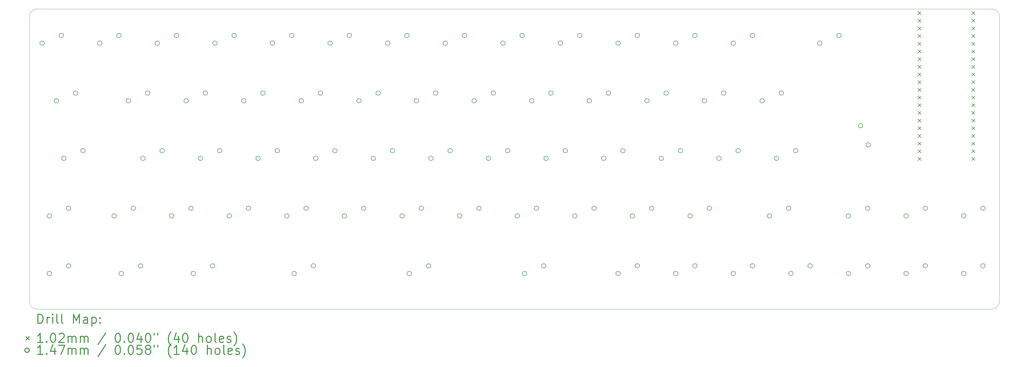
<source format=gbr>
%FSLAX45Y45*%
G04 Gerber Fmt 4.5, Leading zero omitted, Abs format (unit mm)*
G04 Created by KiCad (PCBNEW (5.1.9)-1) date 2021-05-27 03:15:53*
%MOMM*%
%LPD*%
G01*
G04 APERTURE LIST*
%TA.AperFunction,Profile*%
%ADD10C,0.100000*%
%TD*%
%ADD11C,0.200000*%
%ADD12C,0.300000*%
G04 APERTURE END LIST*
D10*
X6700000Y-19695000D02*
X38280000Y-19695000D01*
X38280000Y-9765000D02*
X6700000Y-9765000D01*
X38280000Y-9765000D02*
G75*
G02*
X38530000Y-10015000I0J-250000D01*
G01*
X6450000Y-19445000D02*
X6450000Y-10015000D01*
X6700000Y-19695000D02*
G75*
G02*
X6450000Y-19445000I0J250000D01*
G01*
X38530000Y-19445000D02*
G75*
G02*
X38280000Y-19695000I-250000J0D01*
G01*
X6450000Y-10015000D02*
G75*
G02*
X6700000Y-9765000I250000J0D01*
G01*
X38530000Y-19445000D02*
X38530000Y-10015000D01*
D11*
X35838000Y-9851000D02*
X35940000Y-9953000D01*
X35940000Y-9851000D02*
X35838000Y-9953000D01*
X35838000Y-10105000D02*
X35940000Y-10207000D01*
X35940000Y-10105000D02*
X35838000Y-10207000D01*
X35838000Y-10359000D02*
X35940000Y-10461000D01*
X35940000Y-10359000D02*
X35838000Y-10461000D01*
X35838000Y-10613000D02*
X35940000Y-10715000D01*
X35940000Y-10613000D02*
X35838000Y-10715000D01*
X35838000Y-10867000D02*
X35940000Y-10969000D01*
X35940000Y-10867000D02*
X35838000Y-10969000D01*
X35838000Y-11121000D02*
X35940000Y-11223000D01*
X35940000Y-11121000D02*
X35838000Y-11223000D01*
X35838000Y-11375000D02*
X35940000Y-11477000D01*
X35940000Y-11375000D02*
X35838000Y-11477000D01*
X35838000Y-11629000D02*
X35940000Y-11731000D01*
X35940000Y-11629000D02*
X35838000Y-11731000D01*
X35838000Y-11883000D02*
X35940000Y-11985000D01*
X35940000Y-11883000D02*
X35838000Y-11985000D01*
X35838000Y-12137000D02*
X35940000Y-12239000D01*
X35940000Y-12137000D02*
X35838000Y-12239000D01*
X35838000Y-12391000D02*
X35940000Y-12493000D01*
X35940000Y-12391000D02*
X35838000Y-12493000D01*
X35838000Y-12645000D02*
X35940000Y-12747000D01*
X35940000Y-12645000D02*
X35838000Y-12747000D01*
X35838000Y-12899000D02*
X35940000Y-13001000D01*
X35940000Y-12899000D02*
X35838000Y-13001000D01*
X35838000Y-13153000D02*
X35940000Y-13255000D01*
X35940000Y-13153000D02*
X35838000Y-13255000D01*
X35838000Y-13407000D02*
X35940000Y-13509000D01*
X35940000Y-13407000D02*
X35838000Y-13509000D01*
X35838000Y-13661000D02*
X35940000Y-13763000D01*
X35940000Y-13661000D02*
X35838000Y-13763000D01*
X35838000Y-13915000D02*
X35940000Y-14017000D01*
X35940000Y-13915000D02*
X35838000Y-14017000D01*
X35838000Y-14169000D02*
X35940000Y-14271000D01*
X35940000Y-14169000D02*
X35838000Y-14271000D01*
X35838000Y-14423000D02*
X35940000Y-14525000D01*
X35940000Y-14423000D02*
X35838000Y-14525000D01*
X35838000Y-14677000D02*
X35940000Y-14779000D01*
X35940000Y-14677000D02*
X35838000Y-14779000D01*
X37616000Y-9851000D02*
X37718000Y-9953000D01*
X37718000Y-9851000D02*
X37616000Y-9953000D01*
X37616000Y-10105000D02*
X37718000Y-10207000D01*
X37718000Y-10105000D02*
X37616000Y-10207000D01*
X37616000Y-10359000D02*
X37718000Y-10461000D01*
X37718000Y-10359000D02*
X37616000Y-10461000D01*
X37616000Y-10613000D02*
X37718000Y-10715000D01*
X37718000Y-10613000D02*
X37616000Y-10715000D01*
X37616000Y-10867000D02*
X37718000Y-10969000D01*
X37718000Y-10867000D02*
X37616000Y-10969000D01*
X37616000Y-11121000D02*
X37718000Y-11223000D01*
X37718000Y-11121000D02*
X37616000Y-11223000D01*
X37616000Y-11375000D02*
X37718000Y-11477000D01*
X37718000Y-11375000D02*
X37616000Y-11477000D01*
X37616000Y-11629000D02*
X37718000Y-11731000D01*
X37718000Y-11629000D02*
X37616000Y-11731000D01*
X37616000Y-11883000D02*
X37718000Y-11985000D01*
X37718000Y-11883000D02*
X37616000Y-11985000D01*
X37616000Y-12137000D02*
X37718000Y-12239000D01*
X37718000Y-12137000D02*
X37616000Y-12239000D01*
X37616000Y-12391000D02*
X37718000Y-12493000D01*
X37718000Y-12391000D02*
X37616000Y-12493000D01*
X37616000Y-12645000D02*
X37718000Y-12747000D01*
X37718000Y-12645000D02*
X37616000Y-12747000D01*
X37616000Y-12899000D02*
X37718000Y-13001000D01*
X37718000Y-12899000D02*
X37616000Y-13001000D01*
X37616000Y-13153000D02*
X37718000Y-13255000D01*
X37718000Y-13153000D02*
X37616000Y-13255000D01*
X37616000Y-13407000D02*
X37718000Y-13509000D01*
X37718000Y-13407000D02*
X37616000Y-13509000D01*
X37616000Y-13661000D02*
X37718000Y-13763000D01*
X37718000Y-13661000D02*
X37616000Y-13763000D01*
X37616000Y-13915000D02*
X37718000Y-14017000D01*
X37718000Y-13915000D02*
X37616000Y-14017000D01*
X37616000Y-14169000D02*
X37718000Y-14271000D01*
X37718000Y-14169000D02*
X37616000Y-14271000D01*
X37616000Y-14423000D02*
X37718000Y-14525000D01*
X37718000Y-14423000D02*
X37616000Y-14525000D01*
X37616000Y-14677000D02*
X37718000Y-14779000D01*
X37718000Y-14677000D02*
X37616000Y-14779000D01*
X6943420Y-10896912D02*
G75*
G03*
X6943420Y-10896912I-73500J0D01*
G01*
X7181545Y-16611912D02*
G75*
G03*
X7181545Y-16611912I-73500J0D01*
G01*
X7181545Y-18516912D02*
G75*
G03*
X7181545Y-18516912I-73500J0D01*
G01*
X7419670Y-12801912D02*
G75*
G03*
X7419670Y-12801912I-73500J0D01*
G01*
X7578420Y-10642912D02*
G75*
G03*
X7578420Y-10642912I-73500J0D01*
G01*
X7660920Y-14706912D02*
G75*
G03*
X7660920Y-14706912I-73500J0D01*
G01*
X7816545Y-16357912D02*
G75*
G03*
X7816545Y-16357912I-73500J0D01*
G01*
X7816545Y-18262912D02*
G75*
G03*
X7816545Y-18262912I-73500J0D01*
G01*
X8054670Y-12547912D02*
G75*
G03*
X8054670Y-12547912I-73500J0D01*
G01*
X8295920Y-14452912D02*
G75*
G03*
X8295920Y-14452912I-73500J0D01*
G01*
X8848420Y-10896912D02*
G75*
G03*
X8848420Y-10896912I-73500J0D01*
G01*
X9324670Y-16611912D02*
G75*
G03*
X9324670Y-16611912I-73500J0D01*
G01*
X9483420Y-10642912D02*
G75*
G03*
X9483420Y-10642912I-73500J0D01*
G01*
X9562795Y-18516912D02*
G75*
G03*
X9562795Y-18516912I-73500J0D01*
G01*
X9800920Y-12801912D02*
G75*
G03*
X9800920Y-12801912I-73500J0D01*
G01*
X9959670Y-16357912D02*
G75*
G03*
X9959670Y-16357912I-73500J0D01*
G01*
X10197795Y-18262912D02*
G75*
G03*
X10197795Y-18262912I-73500J0D01*
G01*
X10277170Y-14706912D02*
G75*
G03*
X10277170Y-14706912I-73500J0D01*
G01*
X10435920Y-12547912D02*
G75*
G03*
X10435920Y-12547912I-73500J0D01*
G01*
X10753420Y-10896912D02*
G75*
G03*
X10753420Y-10896912I-73500J0D01*
G01*
X10912170Y-14452912D02*
G75*
G03*
X10912170Y-14452912I-73500J0D01*
G01*
X11229670Y-16611912D02*
G75*
G03*
X11229670Y-16611912I-73500J0D01*
G01*
X11388420Y-10642912D02*
G75*
G03*
X11388420Y-10642912I-73500J0D01*
G01*
X11705920Y-12801912D02*
G75*
G03*
X11705920Y-12801912I-73500J0D01*
G01*
X11864670Y-16357912D02*
G75*
G03*
X11864670Y-16357912I-73500J0D01*
G01*
X11944045Y-18516912D02*
G75*
G03*
X11944045Y-18516912I-73500J0D01*
G01*
X12182170Y-14706912D02*
G75*
G03*
X12182170Y-14706912I-73500J0D01*
G01*
X12340920Y-12547912D02*
G75*
G03*
X12340920Y-12547912I-73500J0D01*
G01*
X12579045Y-18262912D02*
G75*
G03*
X12579045Y-18262912I-73500J0D01*
G01*
X12658420Y-10896912D02*
G75*
G03*
X12658420Y-10896912I-73500J0D01*
G01*
X12817170Y-14452912D02*
G75*
G03*
X12817170Y-14452912I-73500J0D01*
G01*
X13134670Y-16611912D02*
G75*
G03*
X13134670Y-16611912I-73500J0D01*
G01*
X13293420Y-10642912D02*
G75*
G03*
X13293420Y-10642912I-73500J0D01*
G01*
X13610920Y-12801912D02*
G75*
G03*
X13610920Y-12801912I-73500J0D01*
G01*
X13769670Y-16357912D02*
G75*
G03*
X13769670Y-16357912I-73500J0D01*
G01*
X14087170Y-14706912D02*
G75*
G03*
X14087170Y-14706912I-73500J0D01*
G01*
X14245920Y-12547912D02*
G75*
G03*
X14245920Y-12547912I-73500J0D01*
G01*
X14563420Y-10896912D02*
G75*
G03*
X14563420Y-10896912I-73500J0D01*
G01*
X14722170Y-14452912D02*
G75*
G03*
X14722170Y-14452912I-73500J0D01*
G01*
X15039670Y-16611912D02*
G75*
G03*
X15039670Y-16611912I-73500J0D01*
G01*
X15198420Y-10642912D02*
G75*
G03*
X15198420Y-10642912I-73500J0D01*
G01*
X15277795Y-18516912D02*
G75*
G03*
X15277795Y-18516912I-73500J0D01*
G01*
X15515920Y-12801912D02*
G75*
G03*
X15515920Y-12801912I-73500J0D01*
G01*
X15674670Y-16357912D02*
G75*
G03*
X15674670Y-16357912I-73500J0D01*
G01*
X15912795Y-18262912D02*
G75*
G03*
X15912795Y-18262912I-73500J0D01*
G01*
X15992170Y-14706912D02*
G75*
G03*
X15992170Y-14706912I-73500J0D01*
G01*
X16150920Y-12547912D02*
G75*
G03*
X16150920Y-12547912I-73500J0D01*
G01*
X16468420Y-10896912D02*
G75*
G03*
X16468420Y-10896912I-73500J0D01*
G01*
X16627170Y-14452912D02*
G75*
G03*
X16627170Y-14452912I-73500J0D01*
G01*
X16944670Y-16611912D02*
G75*
G03*
X16944670Y-16611912I-73500J0D01*
G01*
X17103420Y-10642912D02*
G75*
G03*
X17103420Y-10642912I-73500J0D01*
G01*
X17420920Y-12801912D02*
G75*
G03*
X17420920Y-12801912I-73500J0D01*
G01*
X17579670Y-16357912D02*
G75*
G03*
X17579670Y-16357912I-73500J0D01*
G01*
X17897170Y-14706912D02*
G75*
G03*
X17897170Y-14706912I-73500J0D01*
G01*
X18055920Y-12547912D02*
G75*
G03*
X18055920Y-12547912I-73500J0D01*
G01*
X18373420Y-10896912D02*
G75*
G03*
X18373420Y-10896912I-73500J0D01*
G01*
X18532170Y-14452912D02*
G75*
G03*
X18532170Y-14452912I-73500J0D01*
G01*
X18849670Y-16611912D02*
G75*
G03*
X18849670Y-16611912I-73500J0D01*
G01*
X19008420Y-10642912D02*
G75*
G03*
X19008420Y-10642912I-73500J0D01*
G01*
X19087795Y-18516912D02*
G75*
G03*
X19087795Y-18516912I-73500J0D01*
G01*
X19325920Y-12801912D02*
G75*
G03*
X19325920Y-12801912I-73500J0D01*
G01*
X19484670Y-16357912D02*
G75*
G03*
X19484670Y-16357912I-73500J0D01*
G01*
X19722795Y-18262912D02*
G75*
G03*
X19722795Y-18262912I-73500J0D01*
G01*
X19802170Y-14706912D02*
G75*
G03*
X19802170Y-14706912I-73500J0D01*
G01*
X19960920Y-12547912D02*
G75*
G03*
X19960920Y-12547912I-73500J0D01*
G01*
X20278420Y-10896912D02*
G75*
G03*
X20278420Y-10896912I-73500J0D01*
G01*
X20437170Y-14452912D02*
G75*
G03*
X20437170Y-14452912I-73500J0D01*
G01*
X20754670Y-16611912D02*
G75*
G03*
X20754670Y-16611912I-73500J0D01*
G01*
X20913420Y-10642912D02*
G75*
G03*
X20913420Y-10642912I-73500J0D01*
G01*
X21230920Y-12801912D02*
G75*
G03*
X21230920Y-12801912I-73500J0D01*
G01*
X21389670Y-16357912D02*
G75*
G03*
X21389670Y-16357912I-73500J0D01*
G01*
X21707170Y-14706912D02*
G75*
G03*
X21707170Y-14706912I-73500J0D01*
G01*
X21865920Y-12547912D02*
G75*
G03*
X21865920Y-12547912I-73500J0D01*
G01*
X22183420Y-10896912D02*
G75*
G03*
X22183420Y-10896912I-73500J0D01*
G01*
X22342170Y-14452912D02*
G75*
G03*
X22342170Y-14452912I-73500J0D01*
G01*
X22659670Y-16611912D02*
G75*
G03*
X22659670Y-16611912I-73500J0D01*
G01*
X22818420Y-10642912D02*
G75*
G03*
X22818420Y-10642912I-73500J0D01*
G01*
X22897795Y-18516912D02*
G75*
G03*
X22897795Y-18516912I-73500J0D01*
G01*
X23135920Y-12801912D02*
G75*
G03*
X23135920Y-12801912I-73500J0D01*
G01*
X23294670Y-16357912D02*
G75*
G03*
X23294670Y-16357912I-73500J0D01*
G01*
X23532795Y-18262912D02*
G75*
G03*
X23532795Y-18262912I-73500J0D01*
G01*
X23612170Y-14706912D02*
G75*
G03*
X23612170Y-14706912I-73500J0D01*
G01*
X23770920Y-12547912D02*
G75*
G03*
X23770920Y-12547912I-73500J0D01*
G01*
X24088420Y-10896912D02*
G75*
G03*
X24088420Y-10896912I-73500J0D01*
G01*
X24247170Y-14452912D02*
G75*
G03*
X24247170Y-14452912I-73500J0D01*
G01*
X24564670Y-16611912D02*
G75*
G03*
X24564670Y-16611912I-73500J0D01*
G01*
X24723420Y-10642912D02*
G75*
G03*
X24723420Y-10642912I-73500J0D01*
G01*
X25040920Y-12801912D02*
G75*
G03*
X25040920Y-12801912I-73500J0D01*
G01*
X25199670Y-16357912D02*
G75*
G03*
X25199670Y-16357912I-73500J0D01*
G01*
X25517170Y-14706912D02*
G75*
G03*
X25517170Y-14706912I-73500J0D01*
G01*
X25675920Y-12547912D02*
G75*
G03*
X25675920Y-12547912I-73500J0D01*
G01*
X25993420Y-10896912D02*
G75*
G03*
X25993420Y-10896912I-73500J0D01*
G01*
X25993420Y-18516912D02*
G75*
G03*
X25993420Y-18516912I-73500J0D01*
G01*
X26152170Y-14452912D02*
G75*
G03*
X26152170Y-14452912I-73500J0D01*
G01*
X26469670Y-16611912D02*
G75*
G03*
X26469670Y-16611912I-73500J0D01*
G01*
X26628420Y-10642912D02*
G75*
G03*
X26628420Y-10642912I-73500J0D01*
G01*
X26628420Y-18262912D02*
G75*
G03*
X26628420Y-18262912I-73500J0D01*
G01*
X26945920Y-12801912D02*
G75*
G03*
X26945920Y-12801912I-73500J0D01*
G01*
X27104670Y-16357912D02*
G75*
G03*
X27104670Y-16357912I-73500J0D01*
G01*
X27422170Y-14706912D02*
G75*
G03*
X27422170Y-14706912I-73500J0D01*
G01*
X27580920Y-12547912D02*
G75*
G03*
X27580920Y-12547912I-73500J0D01*
G01*
X27898420Y-10896912D02*
G75*
G03*
X27898420Y-10896912I-73500J0D01*
G01*
X27898420Y-18516912D02*
G75*
G03*
X27898420Y-18516912I-73500J0D01*
G01*
X28057170Y-14452912D02*
G75*
G03*
X28057170Y-14452912I-73500J0D01*
G01*
X28374670Y-16611912D02*
G75*
G03*
X28374670Y-16611912I-73500J0D01*
G01*
X28533420Y-10642912D02*
G75*
G03*
X28533420Y-10642912I-73500J0D01*
G01*
X28533420Y-18262912D02*
G75*
G03*
X28533420Y-18262912I-73500J0D01*
G01*
X28850920Y-12801912D02*
G75*
G03*
X28850920Y-12801912I-73500J0D01*
G01*
X29009670Y-16357912D02*
G75*
G03*
X29009670Y-16357912I-73500J0D01*
G01*
X29327170Y-14706912D02*
G75*
G03*
X29327170Y-14706912I-73500J0D01*
G01*
X29485920Y-12547912D02*
G75*
G03*
X29485920Y-12547912I-73500J0D01*
G01*
X29803420Y-10896912D02*
G75*
G03*
X29803420Y-10896912I-73500J0D01*
G01*
X29803420Y-18516912D02*
G75*
G03*
X29803420Y-18516912I-73500J0D01*
G01*
X29962170Y-14452912D02*
G75*
G03*
X29962170Y-14452912I-73500J0D01*
G01*
X30438420Y-10642912D02*
G75*
G03*
X30438420Y-10642912I-73500J0D01*
G01*
X30438420Y-18262912D02*
G75*
G03*
X30438420Y-18262912I-73500J0D01*
G01*
X30755920Y-12801912D02*
G75*
G03*
X30755920Y-12801912I-73500J0D01*
G01*
X30995920Y-16611912D02*
G75*
G03*
X30995920Y-16611912I-73500J0D01*
G01*
X31232170Y-14706912D02*
G75*
G03*
X31232170Y-14706912I-73500J0D01*
G01*
X31390920Y-12547912D02*
G75*
G03*
X31390920Y-12547912I-73500J0D01*
G01*
X31630920Y-16357912D02*
G75*
G03*
X31630920Y-16357912I-73500J0D01*
G01*
X31708420Y-18516912D02*
G75*
G03*
X31708420Y-18516912I-73500J0D01*
G01*
X31867170Y-14452912D02*
G75*
G03*
X31867170Y-14452912I-73500J0D01*
G01*
X32343420Y-18262912D02*
G75*
G03*
X32343420Y-18262912I-73500J0D01*
G01*
X32660920Y-10896912D02*
G75*
G03*
X32660920Y-10896912I-73500J0D01*
G01*
X33295920Y-10642912D02*
G75*
G03*
X33295920Y-10642912I-73500J0D01*
G01*
X33613420Y-16611912D02*
G75*
G03*
X33613420Y-16611912I-73500J0D01*
G01*
X33613420Y-18516912D02*
G75*
G03*
X33613420Y-18516912I-73500J0D01*
G01*
X34010920Y-13627412D02*
G75*
G03*
X34010920Y-13627412I-73500J0D01*
G01*
X34248420Y-16357912D02*
G75*
G03*
X34248420Y-16357912I-73500J0D01*
G01*
X34248420Y-18262912D02*
G75*
G03*
X34248420Y-18262912I-73500J0D01*
G01*
X34264920Y-14262412D02*
G75*
G03*
X34264920Y-14262412I-73500J0D01*
G01*
X35518420Y-16611912D02*
G75*
G03*
X35518420Y-16611912I-73500J0D01*
G01*
X35518420Y-18516912D02*
G75*
G03*
X35518420Y-18516912I-73500J0D01*
G01*
X36153420Y-16357912D02*
G75*
G03*
X36153420Y-16357912I-73500J0D01*
G01*
X36153420Y-18262912D02*
G75*
G03*
X36153420Y-18262912I-73500J0D01*
G01*
X37423420Y-16611912D02*
G75*
G03*
X37423420Y-16611912I-73500J0D01*
G01*
X37423420Y-18516912D02*
G75*
G03*
X37423420Y-18516912I-73500J0D01*
G01*
X38058420Y-16357912D02*
G75*
G03*
X38058420Y-16357912I-73500J0D01*
G01*
X38058420Y-18262912D02*
G75*
G03*
X38058420Y-18262912I-73500J0D01*
G01*
D12*
X6731428Y-20165714D02*
X6731428Y-19865714D01*
X6802857Y-19865714D01*
X6845714Y-19880000D01*
X6874286Y-19908572D01*
X6888571Y-19937143D01*
X6902857Y-19994286D01*
X6902857Y-20037143D01*
X6888571Y-20094286D01*
X6874286Y-20122857D01*
X6845714Y-20151429D01*
X6802857Y-20165714D01*
X6731428Y-20165714D01*
X7031428Y-20165714D02*
X7031428Y-19965714D01*
X7031428Y-20022857D02*
X7045714Y-19994286D01*
X7060000Y-19980000D01*
X7088571Y-19965714D01*
X7117143Y-19965714D01*
X7217143Y-20165714D02*
X7217143Y-19965714D01*
X7217143Y-19865714D02*
X7202857Y-19880000D01*
X7217143Y-19894286D01*
X7231428Y-19880000D01*
X7217143Y-19865714D01*
X7217143Y-19894286D01*
X7402857Y-20165714D02*
X7374286Y-20151429D01*
X7360000Y-20122857D01*
X7360000Y-19865714D01*
X7560000Y-20165714D02*
X7531428Y-20151429D01*
X7517143Y-20122857D01*
X7517143Y-19865714D01*
X7902857Y-20165714D02*
X7902857Y-19865714D01*
X8002857Y-20080000D01*
X8102857Y-19865714D01*
X8102857Y-20165714D01*
X8374286Y-20165714D02*
X8374286Y-20008572D01*
X8360000Y-19980000D01*
X8331428Y-19965714D01*
X8274286Y-19965714D01*
X8245714Y-19980000D01*
X8374286Y-20151429D02*
X8345714Y-20165714D01*
X8274286Y-20165714D01*
X8245714Y-20151429D01*
X8231428Y-20122857D01*
X8231428Y-20094286D01*
X8245714Y-20065714D01*
X8274286Y-20051429D01*
X8345714Y-20051429D01*
X8374286Y-20037143D01*
X8517143Y-19965714D02*
X8517143Y-20265714D01*
X8517143Y-19980000D02*
X8545714Y-19965714D01*
X8602857Y-19965714D01*
X8631428Y-19980000D01*
X8645714Y-19994286D01*
X8660000Y-20022857D01*
X8660000Y-20108572D01*
X8645714Y-20137143D01*
X8631428Y-20151429D01*
X8602857Y-20165714D01*
X8545714Y-20165714D01*
X8517143Y-20151429D01*
X8788571Y-20137143D02*
X8802857Y-20151429D01*
X8788571Y-20165714D01*
X8774286Y-20151429D01*
X8788571Y-20137143D01*
X8788571Y-20165714D01*
X8788571Y-19980000D02*
X8802857Y-19994286D01*
X8788571Y-20008572D01*
X8774286Y-19994286D01*
X8788571Y-19980000D01*
X8788571Y-20008572D01*
X6343000Y-20609000D02*
X6445000Y-20711000D01*
X6445000Y-20609000D02*
X6343000Y-20711000D01*
X6888571Y-20795714D02*
X6717143Y-20795714D01*
X6802857Y-20795714D02*
X6802857Y-20495714D01*
X6774286Y-20538572D01*
X6745714Y-20567143D01*
X6717143Y-20581429D01*
X7017143Y-20767143D02*
X7031428Y-20781429D01*
X7017143Y-20795714D01*
X7002857Y-20781429D01*
X7017143Y-20767143D01*
X7017143Y-20795714D01*
X7217143Y-20495714D02*
X7245714Y-20495714D01*
X7274286Y-20510000D01*
X7288571Y-20524286D01*
X7302857Y-20552857D01*
X7317143Y-20610000D01*
X7317143Y-20681429D01*
X7302857Y-20738572D01*
X7288571Y-20767143D01*
X7274286Y-20781429D01*
X7245714Y-20795714D01*
X7217143Y-20795714D01*
X7188571Y-20781429D01*
X7174286Y-20767143D01*
X7160000Y-20738572D01*
X7145714Y-20681429D01*
X7145714Y-20610000D01*
X7160000Y-20552857D01*
X7174286Y-20524286D01*
X7188571Y-20510000D01*
X7217143Y-20495714D01*
X7431428Y-20524286D02*
X7445714Y-20510000D01*
X7474286Y-20495714D01*
X7545714Y-20495714D01*
X7574286Y-20510000D01*
X7588571Y-20524286D01*
X7602857Y-20552857D01*
X7602857Y-20581429D01*
X7588571Y-20624286D01*
X7417143Y-20795714D01*
X7602857Y-20795714D01*
X7731428Y-20795714D02*
X7731428Y-20595714D01*
X7731428Y-20624286D02*
X7745714Y-20610000D01*
X7774286Y-20595714D01*
X7817143Y-20595714D01*
X7845714Y-20610000D01*
X7860000Y-20638572D01*
X7860000Y-20795714D01*
X7860000Y-20638572D02*
X7874286Y-20610000D01*
X7902857Y-20595714D01*
X7945714Y-20595714D01*
X7974286Y-20610000D01*
X7988571Y-20638572D01*
X7988571Y-20795714D01*
X8131428Y-20795714D02*
X8131428Y-20595714D01*
X8131428Y-20624286D02*
X8145714Y-20610000D01*
X8174286Y-20595714D01*
X8217143Y-20595714D01*
X8245714Y-20610000D01*
X8260000Y-20638572D01*
X8260000Y-20795714D01*
X8260000Y-20638572D02*
X8274286Y-20610000D01*
X8302857Y-20595714D01*
X8345714Y-20595714D01*
X8374286Y-20610000D01*
X8388571Y-20638572D01*
X8388571Y-20795714D01*
X8974286Y-20481429D02*
X8717143Y-20867143D01*
X9360000Y-20495714D02*
X9388571Y-20495714D01*
X9417143Y-20510000D01*
X9431428Y-20524286D01*
X9445714Y-20552857D01*
X9460000Y-20610000D01*
X9460000Y-20681429D01*
X9445714Y-20738572D01*
X9431428Y-20767143D01*
X9417143Y-20781429D01*
X9388571Y-20795714D01*
X9360000Y-20795714D01*
X9331428Y-20781429D01*
X9317143Y-20767143D01*
X9302857Y-20738572D01*
X9288571Y-20681429D01*
X9288571Y-20610000D01*
X9302857Y-20552857D01*
X9317143Y-20524286D01*
X9331428Y-20510000D01*
X9360000Y-20495714D01*
X9588571Y-20767143D02*
X9602857Y-20781429D01*
X9588571Y-20795714D01*
X9574286Y-20781429D01*
X9588571Y-20767143D01*
X9588571Y-20795714D01*
X9788571Y-20495714D02*
X9817143Y-20495714D01*
X9845714Y-20510000D01*
X9860000Y-20524286D01*
X9874286Y-20552857D01*
X9888571Y-20610000D01*
X9888571Y-20681429D01*
X9874286Y-20738572D01*
X9860000Y-20767143D01*
X9845714Y-20781429D01*
X9817143Y-20795714D01*
X9788571Y-20795714D01*
X9760000Y-20781429D01*
X9745714Y-20767143D01*
X9731428Y-20738572D01*
X9717143Y-20681429D01*
X9717143Y-20610000D01*
X9731428Y-20552857D01*
X9745714Y-20524286D01*
X9760000Y-20510000D01*
X9788571Y-20495714D01*
X10145714Y-20595714D02*
X10145714Y-20795714D01*
X10074286Y-20481429D02*
X10002857Y-20695714D01*
X10188571Y-20695714D01*
X10360000Y-20495714D02*
X10388571Y-20495714D01*
X10417143Y-20510000D01*
X10431428Y-20524286D01*
X10445714Y-20552857D01*
X10460000Y-20610000D01*
X10460000Y-20681429D01*
X10445714Y-20738572D01*
X10431428Y-20767143D01*
X10417143Y-20781429D01*
X10388571Y-20795714D01*
X10360000Y-20795714D01*
X10331428Y-20781429D01*
X10317143Y-20767143D01*
X10302857Y-20738572D01*
X10288571Y-20681429D01*
X10288571Y-20610000D01*
X10302857Y-20552857D01*
X10317143Y-20524286D01*
X10331428Y-20510000D01*
X10360000Y-20495714D01*
X10574286Y-20495714D02*
X10574286Y-20552857D01*
X10688571Y-20495714D02*
X10688571Y-20552857D01*
X11131428Y-20910000D02*
X11117143Y-20895714D01*
X11088571Y-20852857D01*
X11074286Y-20824286D01*
X11060000Y-20781429D01*
X11045714Y-20710000D01*
X11045714Y-20652857D01*
X11060000Y-20581429D01*
X11074286Y-20538572D01*
X11088571Y-20510000D01*
X11117143Y-20467143D01*
X11131428Y-20452857D01*
X11374286Y-20595714D02*
X11374286Y-20795714D01*
X11302857Y-20481429D02*
X11231428Y-20695714D01*
X11417143Y-20695714D01*
X11588571Y-20495714D02*
X11617143Y-20495714D01*
X11645714Y-20510000D01*
X11660000Y-20524286D01*
X11674286Y-20552857D01*
X11688571Y-20610000D01*
X11688571Y-20681429D01*
X11674286Y-20738572D01*
X11660000Y-20767143D01*
X11645714Y-20781429D01*
X11617143Y-20795714D01*
X11588571Y-20795714D01*
X11560000Y-20781429D01*
X11545714Y-20767143D01*
X11531428Y-20738572D01*
X11517143Y-20681429D01*
X11517143Y-20610000D01*
X11531428Y-20552857D01*
X11545714Y-20524286D01*
X11560000Y-20510000D01*
X11588571Y-20495714D01*
X12045714Y-20795714D02*
X12045714Y-20495714D01*
X12174286Y-20795714D02*
X12174286Y-20638572D01*
X12160000Y-20610000D01*
X12131428Y-20595714D01*
X12088571Y-20595714D01*
X12060000Y-20610000D01*
X12045714Y-20624286D01*
X12360000Y-20795714D02*
X12331428Y-20781429D01*
X12317143Y-20767143D01*
X12302857Y-20738572D01*
X12302857Y-20652857D01*
X12317143Y-20624286D01*
X12331428Y-20610000D01*
X12360000Y-20595714D01*
X12402857Y-20595714D01*
X12431428Y-20610000D01*
X12445714Y-20624286D01*
X12460000Y-20652857D01*
X12460000Y-20738572D01*
X12445714Y-20767143D01*
X12431428Y-20781429D01*
X12402857Y-20795714D01*
X12360000Y-20795714D01*
X12631428Y-20795714D02*
X12602857Y-20781429D01*
X12588571Y-20752857D01*
X12588571Y-20495714D01*
X12860000Y-20781429D02*
X12831428Y-20795714D01*
X12774286Y-20795714D01*
X12745714Y-20781429D01*
X12731428Y-20752857D01*
X12731428Y-20638572D01*
X12745714Y-20610000D01*
X12774286Y-20595714D01*
X12831428Y-20595714D01*
X12860000Y-20610000D01*
X12874286Y-20638572D01*
X12874286Y-20667143D01*
X12731428Y-20695714D01*
X12988571Y-20781429D02*
X13017143Y-20795714D01*
X13074286Y-20795714D01*
X13102857Y-20781429D01*
X13117143Y-20752857D01*
X13117143Y-20738572D01*
X13102857Y-20710000D01*
X13074286Y-20695714D01*
X13031428Y-20695714D01*
X13002857Y-20681429D01*
X12988571Y-20652857D01*
X12988571Y-20638572D01*
X13002857Y-20610000D01*
X13031428Y-20595714D01*
X13074286Y-20595714D01*
X13102857Y-20610000D01*
X13217143Y-20910000D02*
X13231428Y-20895714D01*
X13260000Y-20852857D01*
X13274286Y-20824286D01*
X13288571Y-20781429D01*
X13302857Y-20710000D01*
X13302857Y-20652857D01*
X13288571Y-20581429D01*
X13274286Y-20538572D01*
X13260000Y-20510000D01*
X13231428Y-20467143D01*
X13217143Y-20452857D01*
X6445000Y-21056000D02*
G75*
G03*
X6445000Y-21056000I-73500J0D01*
G01*
X6888571Y-21191714D02*
X6717143Y-21191714D01*
X6802857Y-21191714D02*
X6802857Y-20891714D01*
X6774286Y-20934572D01*
X6745714Y-20963143D01*
X6717143Y-20977429D01*
X7017143Y-21163143D02*
X7031428Y-21177429D01*
X7017143Y-21191714D01*
X7002857Y-21177429D01*
X7017143Y-21163143D01*
X7017143Y-21191714D01*
X7288571Y-20991714D02*
X7288571Y-21191714D01*
X7217143Y-20877429D02*
X7145714Y-21091714D01*
X7331428Y-21091714D01*
X7417143Y-20891714D02*
X7617143Y-20891714D01*
X7488571Y-21191714D01*
X7731428Y-21191714D02*
X7731428Y-20991714D01*
X7731428Y-21020286D02*
X7745714Y-21006000D01*
X7774286Y-20991714D01*
X7817143Y-20991714D01*
X7845714Y-21006000D01*
X7860000Y-21034572D01*
X7860000Y-21191714D01*
X7860000Y-21034572D02*
X7874286Y-21006000D01*
X7902857Y-20991714D01*
X7945714Y-20991714D01*
X7974286Y-21006000D01*
X7988571Y-21034572D01*
X7988571Y-21191714D01*
X8131428Y-21191714D02*
X8131428Y-20991714D01*
X8131428Y-21020286D02*
X8145714Y-21006000D01*
X8174286Y-20991714D01*
X8217143Y-20991714D01*
X8245714Y-21006000D01*
X8260000Y-21034572D01*
X8260000Y-21191714D01*
X8260000Y-21034572D02*
X8274286Y-21006000D01*
X8302857Y-20991714D01*
X8345714Y-20991714D01*
X8374286Y-21006000D01*
X8388571Y-21034572D01*
X8388571Y-21191714D01*
X8974286Y-20877429D02*
X8717143Y-21263143D01*
X9360000Y-20891714D02*
X9388571Y-20891714D01*
X9417143Y-20906000D01*
X9431428Y-20920286D01*
X9445714Y-20948857D01*
X9460000Y-21006000D01*
X9460000Y-21077429D01*
X9445714Y-21134572D01*
X9431428Y-21163143D01*
X9417143Y-21177429D01*
X9388571Y-21191714D01*
X9360000Y-21191714D01*
X9331428Y-21177429D01*
X9317143Y-21163143D01*
X9302857Y-21134572D01*
X9288571Y-21077429D01*
X9288571Y-21006000D01*
X9302857Y-20948857D01*
X9317143Y-20920286D01*
X9331428Y-20906000D01*
X9360000Y-20891714D01*
X9588571Y-21163143D02*
X9602857Y-21177429D01*
X9588571Y-21191714D01*
X9574286Y-21177429D01*
X9588571Y-21163143D01*
X9588571Y-21191714D01*
X9788571Y-20891714D02*
X9817143Y-20891714D01*
X9845714Y-20906000D01*
X9860000Y-20920286D01*
X9874286Y-20948857D01*
X9888571Y-21006000D01*
X9888571Y-21077429D01*
X9874286Y-21134572D01*
X9860000Y-21163143D01*
X9845714Y-21177429D01*
X9817143Y-21191714D01*
X9788571Y-21191714D01*
X9760000Y-21177429D01*
X9745714Y-21163143D01*
X9731428Y-21134572D01*
X9717143Y-21077429D01*
X9717143Y-21006000D01*
X9731428Y-20948857D01*
X9745714Y-20920286D01*
X9760000Y-20906000D01*
X9788571Y-20891714D01*
X10160000Y-20891714D02*
X10017143Y-20891714D01*
X10002857Y-21034572D01*
X10017143Y-21020286D01*
X10045714Y-21006000D01*
X10117143Y-21006000D01*
X10145714Y-21020286D01*
X10160000Y-21034572D01*
X10174286Y-21063143D01*
X10174286Y-21134572D01*
X10160000Y-21163143D01*
X10145714Y-21177429D01*
X10117143Y-21191714D01*
X10045714Y-21191714D01*
X10017143Y-21177429D01*
X10002857Y-21163143D01*
X10345714Y-21020286D02*
X10317143Y-21006000D01*
X10302857Y-20991714D01*
X10288571Y-20963143D01*
X10288571Y-20948857D01*
X10302857Y-20920286D01*
X10317143Y-20906000D01*
X10345714Y-20891714D01*
X10402857Y-20891714D01*
X10431428Y-20906000D01*
X10445714Y-20920286D01*
X10460000Y-20948857D01*
X10460000Y-20963143D01*
X10445714Y-20991714D01*
X10431428Y-21006000D01*
X10402857Y-21020286D01*
X10345714Y-21020286D01*
X10317143Y-21034572D01*
X10302857Y-21048857D01*
X10288571Y-21077429D01*
X10288571Y-21134572D01*
X10302857Y-21163143D01*
X10317143Y-21177429D01*
X10345714Y-21191714D01*
X10402857Y-21191714D01*
X10431428Y-21177429D01*
X10445714Y-21163143D01*
X10460000Y-21134572D01*
X10460000Y-21077429D01*
X10445714Y-21048857D01*
X10431428Y-21034572D01*
X10402857Y-21020286D01*
X10574286Y-20891714D02*
X10574286Y-20948857D01*
X10688571Y-20891714D02*
X10688571Y-20948857D01*
X11131428Y-21306000D02*
X11117143Y-21291714D01*
X11088571Y-21248857D01*
X11074286Y-21220286D01*
X11060000Y-21177429D01*
X11045714Y-21106000D01*
X11045714Y-21048857D01*
X11060000Y-20977429D01*
X11074286Y-20934572D01*
X11088571Y-20906000D01*
X11117143Y-20863143D01*
X11131428Y-20848857D01*
X11402857Y-21191714D02*
X11231428Y-21191714D01*
X11317143Y-21191714D02*
X11317143Y-20891714D01*
X11288571Y-20934572D01*
X11260000Y-20963143D01*
X11231428Y-20977429D01*
X11660000Y-20991714D02*
X11660000Y-21191714D01*
X11588571Y-20877429D02*
X11517143Y-21091714D01*
X11702857Y-21091714D01*
X11874286Y-20891714D02*
X11902857Y-20891714D01*
X11931428Y-20906000D01*
X11945714Y-20920286D01*
X11960000Y-20948857D01*
X11974286Y-21006000D01*
X11974286Y-21077429D01*
X11960000Y-21134572D01*
X11945714Y-21163143D01*
X11931428Y-21177429D01*
X11902857Y-21191714D01*
X11874286Y-21191714D01*
X11845714Y-21177429D01*
X11831428Y-21163143D01*
X11817143Y-21134572D01*
X11802857Y-21077429D01*
X11802857Y-21006000D01*
X11817143Y-20948857D01*
X11831428Y-20920286D01*
X11845714Y-20906000D01*
X11874286Y-20891714D01*
X12331428Y-21191714D02*
X12331428Y-20891714D01*
X12460000Y-21191714D02*
X12460000Y-21034572D01*
X12445714Y-21006000D01*
X12417143Y-20991714D01*
X12374286Y-20991714D01*
X12345714Y-21006000D01*
X12331428Y-21020286D01*
X12645714Y-21191714D02*
X12617143Y-21177429D01*
X12602857Y-21163143D01*
X12588571Y-21134572D01*
X12588571Y-21048857D01*
X12602857Y-21020286D01*
X12617143Y-21006000D01*
X12645714Y-20991714D01*
X12688571Y-20991714D01*
X12717143Y-21006000D01*
X12731428Y-21020286D01*
X12745714Y-21048857D01*
X12745714Y-21134572D01*
X12731428Y-21163143D01*
X12717143Y-21177429D01*
X12688571Y-21191714D01*
X12645714Y-21191714D01*
X12917143Y-21191714D02*
X12888571Y-21177429D01*
X12874286Y-21148857D01*
X12874286Y-20891714D01*
X13145714Y-21177429D02*
X13117143Y-21191714D01*
X13060000Y-21191714D01*
X13031428Y-21177429D01*
X13017143Y-21148857D01*
X13017143Y-21034572D01*
X13031428Y-21006000D01*
X13060000Y-20991714D01*
X13117143Y-20991714D01*
X13145714Y-21006000D01*
X13160000Y-21034572D01*
X13160000Y-21063143D01*
X13017143Y-21091714D01*
X13274286Y-21177429D02*
X13302857Y-21191714D01*
X13360000Y-21191714D01*
X13388571Y-21177429D01*
X13402857Y-21148857D01*
X13402857Y-21134572D01*
X13388571Y-21106000D01*
X13360000Y-21091714D01*
X13317143Y-21091714D01*
X13288571Y-21077429D01*
X13274286Y-21048857D01*
X13274286Y-21034572D01*
X13288571Y-21006000D01*
X13317143Y-20991714D01*
X13360000Y-20991714D01*
X13388571Y-21006000D01*
X13502857Y-21306000D02*
X13517143Y-21291714D01*
X13545714Y-21248857D01*
X13560000Y-21220286D01*
X13574286Y-21177429D01*
X13588571Y-21106000D01*
X13588571Y-21048857D01*
X13574286Y-20977429D01*
X13560000Y-20934572D01*
X13545714Y-20906000D01*
X13517143Y-20863143D01*
X13502857Y-20848857D01*
M02*

</source>
